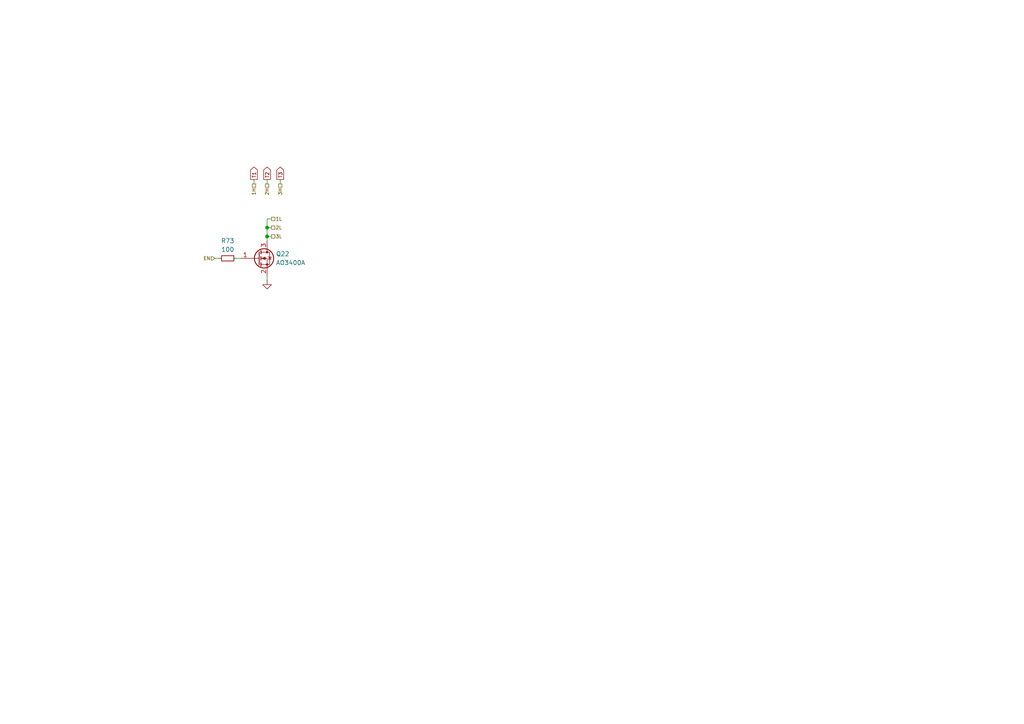
<source format=kicad_sch>
(kicad_sch (version 20231120) (generator "eeschema") (generator_version "8.0")
  (paper "A4")
  (lib_symbols
    (symbol "Device:R_Small" (pin_numbers hide) (pin_names (offset 0.254) hide)
      (property "Reference" "R" (at 0.762 0.508 0))
      (property "Value" "R_Small" (at 0.762 -1.016 0))
      (symbol "R_Small_0_1"
        (rectangle (start -0.762 1.778) (end 0.762 -1.778) (stroke (width 0.2032)))
      )
      (symbol "R_Small_1_1"
        (pin passive line (at 0 2.54 270) (length 0.762) (name "~") (number "1"))
        (pin passive line (at 0 -2.54 90) (length 0.762) (name "~") (number "2"))
      )
    )
    (symbol "Transistor_FET:AO3400A" (pin_names hide)
      (property "Reference" "Q" (at 5.08 1.905 0))
      (property "Value" "AO3400A" (at 5.08 0 0))
      (symbol "AO3400A_0_1"
        (polyline (pts (xy 0.254 0) (xy -2.54 0)))
        (polyline (pts (xy 0.254 1.905) (xy 0.254 -1.905)) (stroke (width 0.254)))
        (polyline (pts (xy 0.762 -1.27) (xy 0.762 -2.286)) (stroke (width 0.254)))
        (polyline (pts (xy 0.762 0.508) (xy 0.762 -0.508)) (stroke (width 0.254)))
        (polyline (pts (xy 0.762 2.286) (xy 0.762 1.27)) (stroke (width 0.254)))
        (polyline (pts (xy 2.54 2.54) (xy 2.54 1.778)))
        (polyline (pts (xy 2.54 -2.54) (xy 2.54 0) (xy 0.762 0)))
        (polyline (pts (xy 0.762 -1.778) (xy 3.302 -1.778) (xy 3.302 1.778) (xy 0.762 1.778)))
        (polyline (pts (xy 1.016 0) (xy 2.032 0.381) (xy 2.032 -0.381) (xy 1.016 0)) (fill (type outline)))
        (polyline (pts (xy 2.794 0.508) (xy 2.921 0.381) (xy 3.683 0.381) (xy 3.81 0.254)))
        (polyline (pts (xy 3.302 0.381) (xy 2.921 -0.254) (xy 3.683 -0.254) (xy 3.302 0.381)))
        (circle (center 1.651 0) (radius 2.794) (stroke (width 0.254)))
        (circle (center 2.54 -1.778) (radius 0.254) (fill (type outline)))
        (circle (center 2.54 1.778) (radius 0.254) (fill (type outline)))
      )
      (symbol "AO3400A_1_1"
        (pin input line (at -5.08 0 0) (length 2.54) (name "G") (number "1"))
        (pin passive line (at 2.54 -5.08 90) (length 2.54) (name "S") (number "2"))
        (pin passive line (at 2.54 5.08 270) (length 2.54) (name "D") (number "3"))
      )
    )
    (symbol "power:GND" (power) (pin_numbers hide) (pin_names (offset 0) hide)
      (property "Value" "GND" (at 0 -3.81 0))
      (symbol "GND_0_1"
        (polyline (pts (xy 0 0) (xy 0 -1.27) (xy 1.27 -1.27) (xy 0 -2.54) (xy -1.27 -1.27) (xy 0 -1.27)))
      )
      (symbol "GND_1_1"
        (pin power_in line (at 0 0 270) (length 0) (name "~") (number "1"))
      )
    )
  )
  (junction (at 77.47 68.58))
  (junction (at 77.47 66.04))
  (wire (pts (xy 77.47 63.5) (xy 77.47 66.04)))
  (wire (pts (xy 77.47 68.58) (xy 77.47 69.85)))
  (wire (pts (xy 77.47 52.07) (xy 77.47 53.34)))
  (wire (pts (xy 77.47 68.58) (xy 78.74 68.58)))
  (wire (pts (xy 68.58 74.93) (xy 69.85 74.93)))
  (wire (pts (xy 77.47 66.04) (xy 77.47 68.58)))
  (wire (pts (xy 62.23 74.93) (xy 63.5 74.93)))
  (wire (pts (xy 77.47 80.01) (xy 77.47 81.28)))
  (wire (pts (xy 81.28 52.07) (xy 81.28 53.34)))
  (wire (pts (xy 77.47 63.5) (xy 78.74 63.5)))
  (wire (pts (xy 73.66 52.07) (xy 73.66 53.34)))
  (wire (pts (xy 77.47 66.04) (xy 78.74 66.04)))
  (global_label "T1" (shape output) (at 73.66 52.07 90) (effects (font (size 1 1))) (property "Intersheetrefs" "${INTERSHEET_REFS}" (effects (hide yes))))
  (global_label "T3" (shape output) (at 81.28 52.07 90) (effects (font (size 1 1))) (property "Intersheetrefs" "${INTERSHEET_REFS}" (effects (hide yes))))
  (global_label "T2" (shape output) (at 77.47 52.07 90) (effects (font (size 1 1))) (property "Intersheetrefs" "${INTERSHEET_REFS}" (effects (hide yes))))
  (hierarchical_label "3L" (shape passive) (at 78.74 68.58 0) (effects (font (size 1 1))))
  (hierarchical_label "2L" (shape passive) (at 78.74 66.04 0) (effects (font (size 1 1))))
  (hierarchical_label "2H" (shape passive) (at 77.47 53.34 270) (effects (font (size 1 1))))
  (hierarchical_label "1L" (shape passive) (at 78.74 63.5 0) (effects (font (size 1 1))))
  (hierarchical_label "3H" (shape passive) (at 81.28 53.34 270) (effects (font (size 1 1))))
  (hierarchical_label "1H" (shape passive) (at 73.66 53.34 270) (effects (font (size 1 1))))
  (hierarchical_label "EN" (shape input) (at 62.23 74.93 180) (effects (font (size 1 1))))
  (symbol (lib_id "Device:R_Small") (at 66.04 74.93 90) (unit 1)
    (property "Reference" "R73" (at 66.04 69.85 90))
    (property "Value" "100" (at 66.04 72.39 90))
    (property "Footprint" "Resistor_SMD:R_0603_1608Metric" (effects (hide yes)))
    (property "Description" "Resistor, small symbol" (effects (hide yes)))
    (property "Role" "Thermistor MOSFET gate resistor" (effects (hide yes)))
    (instances (project "bms" (path "" (reference "R73") (unit 1)) (path "" (reference "R66") (unit 1)) (path "" (reference "R74") (unit 1)) (path "" (reference "R68") (unit 1)) (path "" (reference "R71") (unit 1)) (path "" (reference "R69") (unit 1)) (path "" (reference "R63") (unit 1)) (path "" (reference "R72") (unit 1)) (path "" (reference "R58") (unit 1)) (path "" (reference "R67") (unit 1)) (path "" (reference "R70") (unit 1))))
  )
  (symbol (lib_id "Transistor_FET:AO3400A") (at 74.93 74.93 0) (unit 1)
    (property "Reference" "Q22" (at 80.01 73.66 0) (effects (justify left)))
    (property "Value" "AO3400A" (at 80.01 76.2 0) (effects (justify left)))
    (property "Footprint" "Package_TO_SOT_SMD:SOT-23" (effects (hide yes)))
    (property "Datasheet" "http://www.aosmd.com/pdfs/datasheet/AO3400A.pdf" (effects (hide yes)))
    (property "Description" "30V Vds, 5.7A Id, N-Channel MOSFET, SOT-23" (effects (hide yes)))
    (property "Role" "Balance MOSFET" (effects (hide yes)))
    (instances (project "bms" (path "" (reference "Q22") (unit 1)) (path "" (reference "Q15") (unit 1)) (path "" (reference "Q23") (unit 1)) (path "" (reference "Q17") (unit 1)) (path "" (reference "Q20") (unit 1)) (path "" (reference "Q18") (unit 1)) (path "" (reference "Q14") (unit 1)) (path "" (reference "Q21") (unit 1)) (path "" (reference "Q13") (unit 1)) (path "" (reference "Q16") (unit 1)) (path "" (reference "Q19") (unit 1))))
  )
  (symbol (lib_id "power:GND") (at 77.47 81.28 0) (unit 1)
    (property "Reference" "#PWR063" (effects (hide yes)))
    (property "Value" "GND" (effects (hide yes)))
    (property "Description" "Power symbol creates a global label with name \"GND\" , ground" (effects (hide yes)))
    (instances (project "bms" (path "" (reference "#PWR063") (unit 1)) (path "" (reference "#PWR056") (unit 1)) (path "" (reference "#PWR064") (unit 1)) (path "" (reference "#PWR058") (unit 1)) (path "" (reference "#PWR061") (unit 1)) (path "" (reference "#PWR059") (unit 1)) (path "" (reference "#PWR055") (unit 1)) (path "" (reference "#PWR062") (unit 1)) (path "" (reference "#PWR035") (unit 1)) (path "" (reference "#PWR057") (unit 1)) (path "" (reference "#PWR060") (unit 1))))
  )
)
</source>
